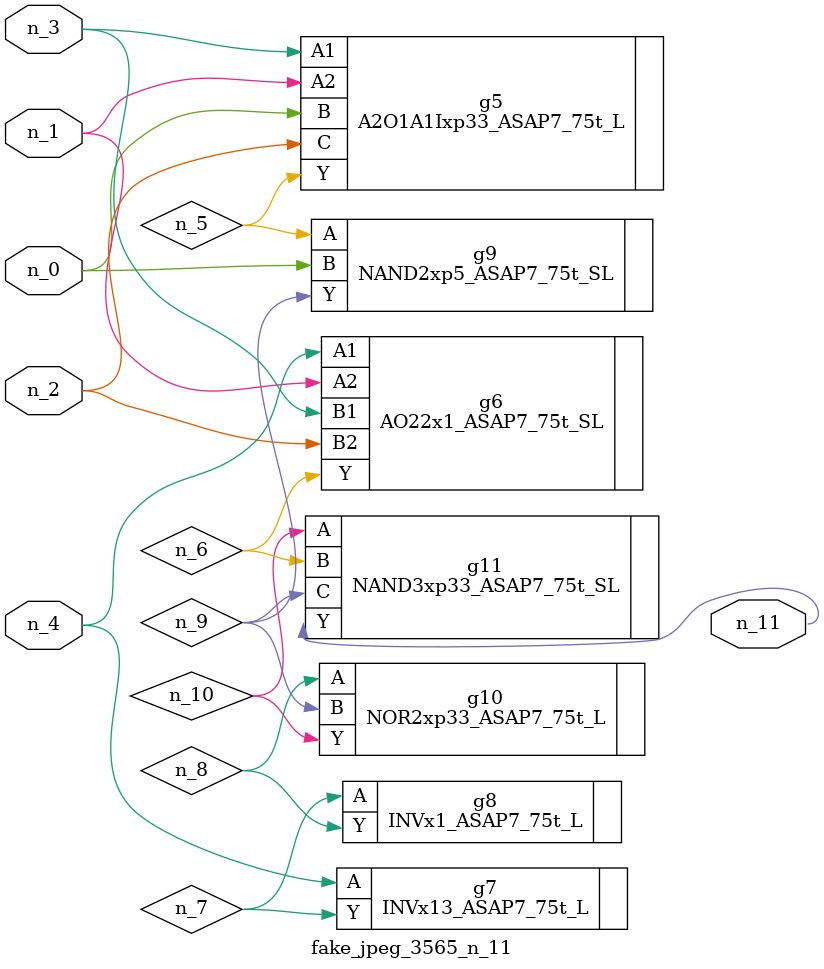
<source format=v>
module fake_jpeg_3565_n_11 (n_3, n_2, n_1, n_0, n_4, n_11);

input n_3;
input n_2;
input n_1;
input n_0;
input n_4;

output n_11;

wire n_10;
wire n_8;
wire n_9;
wire n_6;
wire n_5;
wire n_7;

A2O1A1Ixp33_ASAP7_75t_L g5 ( 
.A1(n_3),
.A2(n_1),
.B(n_0),
.C(n_2),
.Y(n_5)
);

AO22x1_ASAP7_75t_SL g6 ( 
.A1(n_4),
.A2(n_1),
.B1(n_3),
.B2(n_2),
.Y(n_6)
);

INVx13_ASAP7_75t_L g7 ( 
.A(n_4),
.Y(n_7)
);

INVx1_ASAP7_75t_L g8 ( 
.A(n_7),
.Y(n_8)
);

NOR2xp33_ASAP7_75t_L g10 ( 
.A(n_8),
.B(n_9),
.Y(n_10)
);

NAND2xp5_ASAP7_75t_SL g9 ( 
.A(n_5),
.B(n_0),
.Y(n_9)
);

NAND3xp33_ASAP7_75t_SL g11 ( 
.A(n_10),
.B(n_6),
.C(n_9),
.Y(n_11)
);


endmodule
</source>
